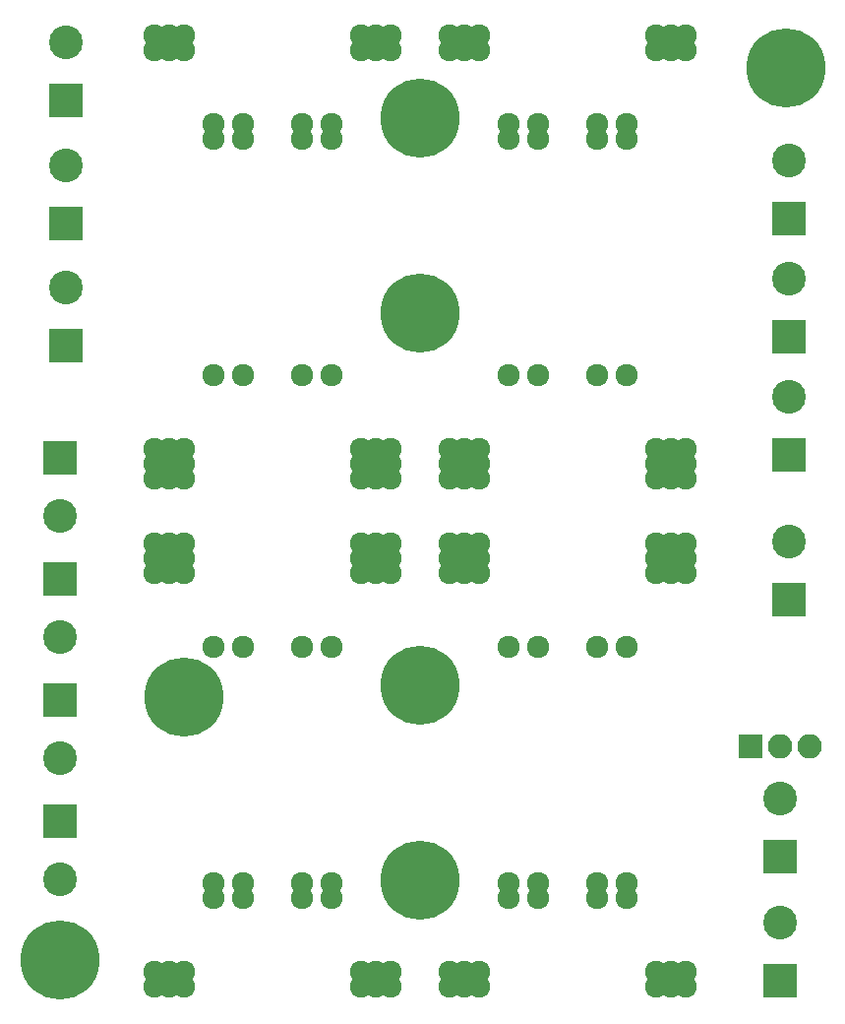
<source format=gbs>
G04 #@! TF.FileFunction,Soldermask,Bot*
%FSLAX46Y46*%
G04 Gerber Fmt 4.6, Leading zero omitted, Abs format (unit mm)*
G04 Created by KiCad (PCBNEW 4.0.6+dfsg1-1) date Mon Feb 26 19:52:27 2018*
%MOMM*%
%LPD*%
G01*
G04 APERTURE LIST*
%ADD10C,0.100000*%
%ADD11R,2.900000X2.900000*%
%ADD12C,2.900000*%
%ADD13C,1.924000*%
%ADD14C,6.800000*%
%ADD15C,1.000000*%
%ADD16R,2.100000X2.100000*%
%ADD17O,2.100000X2.100000*%
G04 APERTURE END LIST*
D10*
D11*
X67127120Y13533120D03*
D12*
X67127120Y18533120D03*
D13*
X32329120Y46045120D03*
X13279120Y46045120D03*
X32329120Y47315120D03*
X32329120Y48585120D03*
X33599120Y46045120D03*
X33599120Y47315120D03*
X33599120Y48585120D03*
X14549120Y46045120D03*
X14549120Y47315120D03*
X14549120Y48585120D03*
X13279120Y48585120D03*
X13279120Y47315120D03*
X32329120Y84145120D03*
X33599120Y82875120D03*
X33599120Y84145120D03*
X31059120Y46045120D03*
X31059120Y47315120D03*
X31059120Y48585120D03*
X15819120Y46045120D03*
X15819120Y48585120D03*
X15819120Y47315120D03*
X31059120Y82875120D03*
X31059120Y84145120D03*
X15819120Y82875120D03*
X32329120Y82875120D03*
X15819120Y84145120D03*
X14549120Y82875120D03*
X13279120Y82875120D03*
X13279120Y84145120D03*
X14549120Y84145120D03*
X28519120Y54935120D03*
X25979120Y54935120D03*
X20899120Y54935120D03*
X18359120Y54935120D03*
X28519120Y75255120D03*
X25979120Y75255120D03*
X20899120Y75255120D03*
X18359120Y75255120D03*
X28519120Y76525120D03*
X25979120Y76525120D03*
X20899120Y76525120D03*
X18359120Y76525120D03*
D11*
X5659120Y68016120D03*
D12*
X5659120Y73016120D03*
D11*
X5659120Y57475120D03*
D12*
X5659120Y62475120D03*
D11*
X5659120Y78557120D03*
D12*
X5659120Y83557120D03*
D11*
X67127120Y2865120D03*
D12*
X67127120Y7865120D03*
D11*
X5151120Y47823120D03*
D12*
X5151120Y42823120D03*
D11*
X5151120Y37409120D03*
D12*
X5151120Y32409120D03*
D11*
X67889120Y68397120D03*
D12*
X67889120Y73397120D03*
D11*
X67889120Y48077120D03*
D12*
X67889120Y53077120D03*
D11*
X67889120Y58237120D03*
D12*
X67889120Y63237120D03*
D11*
X67889120Y35631120D03*
D12*
X67889120Y40631120D03*
D13*
X57729120Y46045120D03*
X38679120Y46045120D03*
X57729120Y47315120D03*
X57729120Y48585120D03*
X58999120Y46045120D03*
X58999120Y47315120D03*
X58999120Y48585120D03*
X39949120Y46045120D03*
X39949120Y47315120D03*
X39949120Y48585120D03*
X38679120Y48585120D03*
X38679120Y47315120D03*
X57729120Y84145120D03*
X58999120Y82875120D03*
X58999120Y84145120D03*
X56459120Y46045120D03*
X56459120Y47315120D03*
X56459120Y48585120D03*
X41219120Y46045120D03*
X41219120Y48585120D03*
X41219120Y47315120D03*
X56459120Y82875120D03*
X56459120Y84145120D03*
X41219120Y82875120D03*
X57729120Y82875120D03*
X41219120Y84145120D03*
X39949120Y82875120D03*
X38679120Y82875120D03*
X38679120Y84145120D03*
X39949120Y84145120D03*
X53919120Y54935120D03*
X51379120Y54935120D03*
X46299120Y54935120D03*
X43759120Y54935120D03*
X53919120Y75255120D03*
X51379120Y75255120D03*
X46299120Y75255120D03*
X43759120Y75255120D03*
X53919120Y76525120D03*
X51379120Y76525120D03*
X46299120Y76525120D03*
X43759120Y76525120D03*
X14549120Y40457120D03*
X33599120Y40457120D03*
X14549120Y39187120D03*
X14549120Y37917120D03*
X13279120Y40457120D03*
X13279120Y39187120D03*
X13279120Y37917120D03*
X32329120Y40457120D03*
X32329120Y39187120D03*
X32329120Y37917120D03*
X33599120Y37917120D03*
X33599120Y39187120D03*
X14549120Y2357120D03*
X13279120Y3627120D03*
X13279120Y2357120D03*
X15819120Y40457120D03*
X15819120Y39187120D03*
X15819120Y37917120D03*
X31059120Y40457120D03*
X31059120Y37917120D03*
X31059120Y39187120D03*
X15819120Y3627120D03*
X15819120Y2357120D03*
X31059120Y3627120D03*
X14549120Y3627120D03*
X31059120Y2357120D03*
X32329120Y3627120D03*
X33599120Y3627120D03*
X33599120Y2357120D03*
X32329120Y2357120D03*
X18359120Y31567120D03*
X20899120Y31567120D03*
X25979120Y31567120D03*
X28519120Y31567120D03*
X18359120Y11247120D03*
X20899120Y11247120D03*
X25979120Y11247120D03*
X28519120Y11247120D03*
X18359120Y9977120D03*
X20899120Y9977120D03*
X25979120Y9977120D03*
X28519120Y9977120D03*
X39949120Y40457120D03*
X58999120Y40457120D03*
X39949120Y39187120D03*
X39949120Y37917120D03*
X38679120Y40457120D03*
X38679120Y39187120D03*
X38679120Y37917120D03*
X57729120Y40457120D03*
X57729120Y39187120D03*
X57729120Y37917120D03*
X58999120Y37917120D03*
X58999120Y39187120D03*
X39949120Y2357120D03*
X38679120Y3627120D03*
X38679120Y2357120D03*
X41219120Y40457120D03*
X41219120Y39187120D03*
X41219120Y37917120D03*
X56459120Y40457120D03*
X56459120Y37917120D03*
X56459120Y39187120D03*
X41219120Y3627120D03*
X41219120Y2357120D03*
X56459120Y3627120D03*
X39949120Y3627120D03*
X56459120Y2357120D03*
X57729120Y3627120D03*
X58999120Y3627120D03*
X58999120Y2357120D03*
X57729120Y2357120D03*
X43759120Y31567120D03*
X46299120Y31567120D03*
X51379120Y31567120D03*
X53919120Y31567120D03*
X43759120Y11247120D03*
X46299120Y11247120D03*
X51379120Y11247120D03*
X53919120Y11247120D03*
X43759120Y9977120D03*
X46299120Y9977120D03*
X51379120Y9977120D03*
X53919120Y9977120D03*
D11*
X5151120Y16581120D03*
D12*
X5151120Y11581120D03*
D11*
X5151120Y26995120D03*
D12*
X5151120Y21995120D03*
D14*
X5151120Y4643120D03*
D15*
X7551120Y4643120D03*
X6848176Y2946064D03*
X5151120Y2243120D03*
X3454064Y2946064D03*
X2751120Y4643120D03*
X3454064Y6340176D03*
X5151120Y7043120D03*
X6848176Y6340176D03*
D14*
X36139120Y77033120D03*
D15*
X38539120Y77033120D03*
X37836176Y75336064D03*
X36139120Y74633120D03*
X34442064Y75336064D03*
X33739120Y77033120D03*
X34442064Y78730176D03*
X36139120Y79433120D03*
X37836176Y78730176D03*
D14*
X36139120Y28265120D03*
D15*
X38539120Y28265120D03*
X37836176Y26568064D03*
X36139120Y25865120D03*
X34442064Y26568064D03*
X33739120Y28265120D03*
X34442064Y29962176D03*
X36139120Y30665120D03*
X37836176Y29962176D03*
D14*
X36139120Y60269120D03*
D15*
X38539120Y60269120D03*
X37836176Y58572064D03*
X36139120Y57869120D03*
X34442064Y58572064D03*
X33739120Y60269120D03*
X34442064Y61966176D03*
X36139120Y62669120D03*
X37836176Y61966176D03*
D14*
X15819120Y27249120D03*
D15*
X18219120Y27249120D03*
X17516176Y25552064D03*
X15819120Y24849120D03*
X14122064Y25552064D03*
X13419120Y27249120D03*
X14122064Y28946176D03*
X15819120Y29649120D03*
X17516176Y28946176D03*
D14*
X36139120Y11501120D03*
D15*
X38539120Y11501120D03*
X37836176Y9804064D03*
X36139120Y9101120D03*
X34442064Y9804064D03*
X33739120Y11501120D03*
X34442064Y13198176D03*
X36139120Y13901120D03*
X37836176Y13198176D03*
D14*
X67635120Y81351120D03*
D15*
X70035120Y81351120D03*
X69332176Y79654064D03*
X67635120Y78951120D03*
X65938064Y79654064D03*
X65235120Y81351120D03*
X65938064Y83048176D03*
X67635120Y83751120D03*
X69332176Y83048176D03*
D16*
X64587120Y23058120D03*
D17*
X67127120Y23058120D03*
X69667120Y23058120D03*
M02*

</source>
